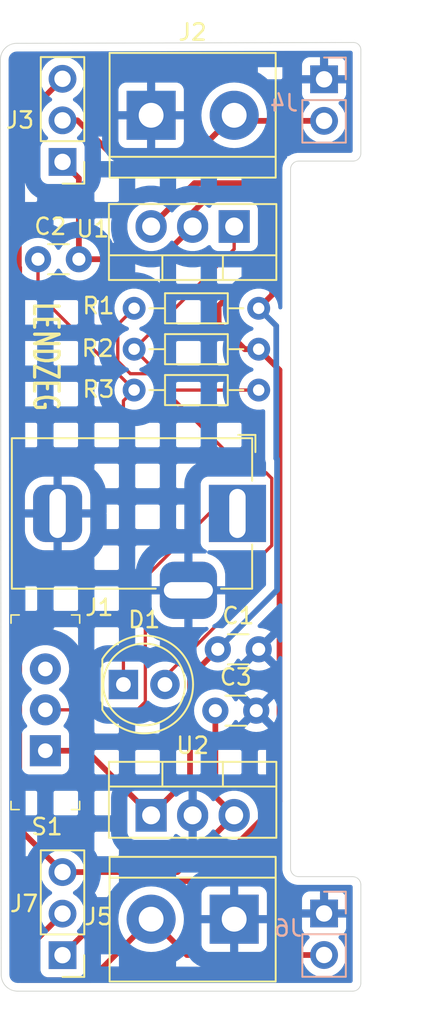
<source format=kicad_pcb>
(kicad_pcb (version 20240108) (generator "pcbnew") (generator_version "8.0")
  (layers (0 "F.Cu" signal) (31 "B.Cu" signal) (34 "B.Paste" user) (35 "F.Paste" user) (36 "B.SilkS" user "B.Silkscreen") (37 "F.SilkS" user "F.Silkscreen") (38 "B.Mask" user) (39 "F.Mask" user) (44 "Edge.Cuts" user))
  (net 0 "")
  (net 1 "GND")
  (net 2 "/12V")
  (net 3 "Net-(D1-K)")
  (net 4 "/3.3V")
  (net 5 "/5V")
  (net 6 "Net-(D1-A)")
  (net 7 "Net-(J1-Pad1)")
  (net 8 "/PWR_OUT_TOP")
  (net 9 "/PWR_OUT_BOT")
  (net 10 "Net-(U1-ADJ)")
  (footprint "TerminalBlock:TerminalBlock_bornier-2_P5.08mm" (layer "F.Cu") (at 94.5 121.35 180)
    (property "Reference" "J5" (at 8.3 0.15 0) (layer "F.SilkS"))
    (property "Value" "Screw_Terminal_01x02")
    (fp_line (start 7.62 3.81) (end 7.62 -3.81) (stroke (width 0.12)) (layer "F.SilkS"))
    (fp_line (start 7.62 2.54) (end -2.54 2.54) (stroke (width 0.12)) (layer "F.SilkS"))
    (fp_line (start 7.62 -3.81) (end -2.54 -3.81) (stroke (width 0.12)) (layer "F.SilkS"))
    (fp_line (start -2.54 3.81) (end 7.62 3.81) (stroke (width 0.12)) (layer "F.SilkS"))
    (fp_line (start -2.54 -3.81) (end -2.54 3.81) (stroke (width 0.12)) (layer "F.SilkS"))
    (pad "1" thru_hole rect (at 0 0 180) (size 3 3) (drill 1.52) (layers "*.Cu" "*.Mask" "In1.Cu" "In2.Cu" "In3.Cu" "In4.Cu" "In5.Cu" "In6.Cu" "In7.Cu" "In8.Cu" "In9.Cu" "In10.Cu" "In11.Cu" "In12.Cu" "In13.Cu" "In14.Cu" "In15.Cu" "In16.Cu" "In17.Cu" "In18.Cu" "In19.Cu" "In20.Cu" "In21.Cu" "In22.Cu" "In23.Cu" "In24.Cu" "In25.Cu" "In26.Cu" "In27.Cu" "In28.Cu" "In29.Cu" "In30.Cu") (net 1 "GND"))
    (pad "2" thru_hole circle (at 5.08 0 180) (size 3 3) (drill 1.52) (layers "*.Cu" "*.Mask" "In1.Cu" "In2.Cu" "In3.Cu" "In4.Cu" "In5.Cu" "In6.Cu" "In7.Cu" "In8.Cu" "In9.Cu" "In10.Cu" "In11.Cu" "In12.Cu" "In13.Cu" "In14.Cu" "In15.Cu" "In16.Cu" "In17.Cu" "In18.Cu" "In19.Cu" "In20.Cu" "In21.Cu" "In22.Cu" "In23.Cu" "In24.Cu" "In25.Cu" "In26.Cu" "In27.Cu" "In28.Cu" "In29.Cu" "In30.Cu") (net 9 "/PWR_OUT_BOT"))
  )
  (footprint "Package_TO_SOT_THT:TO-220-3_Vertical" (layer "F.Cu") (at 94.5 79 180)
    (property "Reference" "U1" (at 8.65 -0.15 360) (layer "F.SilkS"))
    (property "Value" "LM317_TO-220")
    (fp_line (start 7.66 -3.27) (end 7.66 1.371) (stroke (width 0.12)) (layer "F.SilkS"))
    (fp_line (start 4.391 -3.27) (end 4.391 -1.76) (stroke (width 0.12)) (layer "F.SilkS"))
    (fp_line (start 0.69 -3.27) (end 0.69 -1.76) (stroke (width 0.12)) (layer "F.SilkS"))
    (fp_line (start -2.58 1.371) (end 7.66 1.371) (stroke (width 0.12)) (layer "F.SilkS"))
    (fp_line (start -2.58 -1.76) (end 7.66 -1.76) (stroke (width 0.12)) (layer "F.SilkS"))
    (fp_line (start -2.58 -3.27) (end 7.66 -3.27) (stroke (width 0.12)) (layer "F.SilkS"))
    (fp_line (start -2.58 -3.27) (end -2.58 1.371) (stroke (width 0.12)) (layer "F.SilkS"))
    (pad "1" thru_hole rect (at 0 0 180) (size 1.905 2) (drill 1.1) (layers "*.Cu" "*.Mask" "In1.Cu" "In2.Cu" "In3.Cu" "In4.Cu" "In5.Cu" "In6.Cu" "In7.Cu" "In8.Cu" "In9.Cu" "In10.Cu" "In11.Cu" "In12.Cu" "In13.Cu" "In14.Cu" "In15.Cu" "In16.Cu" "In17.Cu" "In18.Cu" "In19.Cu" "In20.Cu" "In21.Cu" "In22.Cu" "In23.Cu" "In24.Cu" "In25.Cu" "In26.Cu" "In27.Cu" "In28.Cu" "In29.Cu" "In30.Cu") (net 10 "Net-(U1-ADJ)"))
    (pad "2" thru_hole oval (at 2.54 0 180) (size 1.905 2) (drill 1.1) (layers "*.Cu" "*.Mask" "In1.Cu" "In2.Cu" "In3.Cu" "In4.Cu" "In5.Cu" "In6.Cu" "In7.Cu" "In8.Cu" "In9.Cu" "In10.Cu" "In11.Cu" "In12.Cu" "In13.Cu" "In14.Cu" "In15.Cu" "In16.Cu" "In17.Cu" "In18.Cu" "In19.Cu" "In20.Cu" "In21.Cu" "In22.Cu" "In23.Cu" "In24.Cu" "In25.Cu" "In26.Cu" "In27.Cu" "In28.Cu" "In29.Cu" "In30.Cu") (net 4 "/3.3V"))
    (pad "3" thru_hole oval (at 5.08 0 180) (size 1.905 2) (drill 1.1) (layers "*.Cu" "*.Mask" "In1.Cu" "In2.Cu" "In3.Cu" "In4.Cu" "In5.Cu" "In6.Cu" "In7.Cu" "In8.Cu" "In9.Cu" "In10.Cu" "In11.Cu" "In12.Cu" "In13.Cu" "In14.Cu" "In15.Cu" "In16.Cu" "In17.Cu" "In18.Cu" "In19.Cu" "In20.Cu" "In21.Cu" "In22.Cu" "In23.Cu" "In24.Cu" "In25.Cu" "In26.Cu" "In27.Cu" "In28.Cu" "In29.Cu" "In30.Cu") (net 2 "/12V"))
  )
  (footprint "Connector_PinHeader_2.54mm:PinHeader_1x03_P2.54mm_Vertical" (layer "F.Cu") (at 84 75.05 180)
    (property "Reference" "J3" (at 2.6 2.55 360) (layer "F.SilkS"))
    (property "Value" "Conn_01x03_Pin")
    (fp_line (start 1.33 1.27) (end 1.33 6.41) (stroke (width 0.12)) (layer "F.SilkS"))
    (fp_line (start -1.33 6.41) (end 1.33 6.41) (stroke (width 0.12)) (layer "F.SilkS"))
    (fp_line (start -1.33 1.27) (end 1.33 1.27) (stroke (width 0.12)) (layer "F.SilkS"))
    (fp_line (start -1.33 1.27) (end -1.33 6.41) (stroke (width 0.12)) (layer "F.SilkS"))
    (fp_line (start -1.33 0) (end -1.33 -1.33) (stroke (width 0.12)) (layer "F.SilkS"))
    (fp_line (start -1.33 -1.33) (end 0 -1.33) (stroke (width 0.12)) (layer "F.SilkS"))
    (pad "1" thru_hole rect (at 0 0 180) (size 1.7 1.7) (drill 1) (layers "*.Cu" "*.Mask" "In1.Cu" "In2.Cu" "In3.Cu" "In4.Cu" "In5.Cu" "In6.Cu" "In7.Cu" "In8.Cu" "In9.Cu" "In10.Cu" "In11.Cu" "In12.Cu" "In13.Cu" "In14.Cu" "In15.Cu" "In16.Cu" "In17.Cu" "In18.Cu" "In19.Cu" "In20.Cu" "In21.Cu" "In22.Cu" "In23.Cu" "In24.Cu" "In25.Cu" "In26.Cu" "In27.Cu" "In28.Cu" "In29.Cu" "In30.Cu") (net 4 "/3.3V"))
    (pad "2" thru_hole oval (at 0 2.54 180) (size 1.7 1.7) (drill 1) (layers "*.Cu" "*.Mask" "In1.Cu" "In2.Cu" "In3.Cu" "In4.Cu" "In5.Cu" "In6.Cu" "In7.Cu" "In8.Cu" "In9.Cu" "In10.Cu" "In11.Cu" "In12.Cu" "In13.Cu" "In14.Cu" "In15.Cu" "In16.Cu" "In17.Cu" "In18.Cu" "In19.Cu" "In20.Cu" "In21.Cu" "In22.Cu" "In23.Cu" "In24.Cu" "In25.Cu" "In26.Cu" "In27.Cu" "In28.Cu" "In29.Cu" "In30.Cu") (net 8 "/PWR_OUT_TOP"))
    (pad "3" thru_hole oval (at 0 5.08 180) (size 1.7 1.7) (drill 1) (layers "*.Cu" "*.Mask" "In1.Cu" "In2.Cu" "In3.Cu" "In4.Cu" "In5.Cu" "In6.Cu" "In7.Cu" "In8.Cu" "In9.Cu" "In10.Cu" "In11.Cu" "In12.Cu" "In13.Cu" "In14.Cu" "In15.Cu" "In16.Cu" "In17.Cu" "In18.Cu" "In19.Cu" "In20.Cu" "In21.Cu" "In22.Cu" "In23.Cu" "In24.Cu" "In25.Cu" "In26.Cu" "In27.Cu" "In28.Cu" "In29.Cu" "In30.Cu") (net 5 "/5V"))
  )
  (footprint "Capacitor_THT:C_Disc_D3.0mm_W1.6mm_P2.50mm" (layer "F.Cu") (at 85 81 180)
    (property "Reference" "C2" (at 1.75 2 360) (layer "F.SilkS"))
    (property "Value" "1u")
    (fp_line (start 0.621 0.92) (end 1.879 0.92) (stroke (width 0.12)) (layer "F.SilkS"))
    (fp_line (start 0.621 -0.92) (end 1.879 -0.92) (stroke (width 0.12)) (layer "F.SilkS"))
    (pad "1" thru_hole circle (at 0 0 180) (size 1.6 1.6) (drill 0.8) (layers "*.Cu" "*.Mask" "In1.Cu" "In2.Cu" "In3.Cu" "In4.Cu" "In5.Cu" "In6.Cu" "In7.Cu" "In8.Cu" "In9.Cu" "In10.Cu" "In11.Cu" "In12.Cu" "In13.Cu" "In14.Cu" "In15.Cu" "In16.Cu" "In17.Cu" "In18.Cu" "In19.Cu" "In20.Cu" "In21.Cu" "In22.Cu" "In23.Cu" "In24.Cu" "In25.Cu" "In26.Cu" "In27.Cu" "In28.Cu" "In29.Cu" "In30.Cu") (net 4 "/3.3V"))
    (pad "2" thru_hole circle (at 2.5 0 180) (size 1.6 1.6) (drill 0.8) (layers "*.Cu" "*.Mask" "In1.Cu" "In2.Cu" "In3.Cu" "In4.Cu" "In5.Cu" "In6.Cu" "In7.Cu" "In8.Cu" "In9.Cu" "In10.Cu" "In11.Cu" "In12.Cu" "In13.Cu" "In14.Cu" "In15.Cu" "In16.Cu" "In17.Cu" "In18.Cu" "In19.Cu" "In20.Cu" "In21.Cu" "In22.Cu" "In23.Cu" "In24.Cu" "In25.Cu" "In26.Cu" "In27.Cu" "In28.Cu" "In29.Cu" "In30.Cu") (net 3 "Net-(D1-K)"))
  )
  (footprint "Resistor_THT:R_Axial_DIN0204_L3.6mm_D1.6mm_P7.62mm_Horizontal" (layer "F.Cu") (at 88.38 89)
    (property "Reference" "R3" (at -2.18 -0.05 0) (layer "F.SilkS"))
    (property "Value" "560")
    (fp_line (start 0.94 0) (end 1.89 0) (stroke (width 0.12)) (layer "F.SilkS"))
    (fp_line (start 1.89 -0.92) (end 1.89 0.92) (stroke (width 0.12)) (layer "F.SilkS"))
    (fp_line (start 1.89 0.92) (end 5.73 0.92) (stroke (width 0.12)) (layer "F.SilkS"))
    (fp_line (start 5.73 -0.92) (end 1.89 -0.92) (stroke (width 0.12)) (layer "F.SilkS"))
    (fp_line (start 5.73 0.92) (end 5.73 -0.92) (stroke (width 0.12)) (layer "F.SilkS"))
    (fp_line (start 6.68 0) (end 5.73 0) (stroke (width 0.12)) (layer "F.SilkS"))
    (pad "1" thru_hole circle (at 0 0) (size 1.4 1.4) (drill 0.7) (layers "*.Cu" "*.Mask" "In1.Cu" "In2.Cu" "In3.Cu" "In4.Cu" "In5.Cu" "In6.Cu" "In7.Cu" "In8.Cu" "In9.Cu" "In10.Cu" "In11.Cu" "In12.Cu" "In13.Cu" "In14.Cu" "In15.Cu" "In16.Cu" "In17.Cu" "In18.Cu" "In19.Cu" "In20.Cu" "In21.Cu" "In22.Cu" "In23.Cu" "In24.Cu" "In25.Cu" "In26.Cu" "In27.Cu" "In28.Cu" "In29.Cu" "In30.Cu") (net 3 "Net-(D1-K)"))
    (pad "2" thru_hole oval (at 7.62 0) (size 1.4 1.4) (drill 0.7) (layers "*.Cu" "*.Mask" "In1.Cu" "In2.Cu" "In3.Cu" "In4.Cu" "In5.Cu" "In6.Cu" "In7.Cu" "In8.Cu" "In9.Cu" "In10.Cu" "In11.Cu" "In12.Cu" "In13.Cu" "In14.Cu" "In15.Cu" "In16.Cu" "In17.Cu" "In18.Cu" "In19.Cu" "In20.Cu" "In21.Cu" "In22.Cu" "In23.Cu" "In24.Cu" "In25.Cu" "In26.Cu" "In27.Cu" "In28.Cu" "In29.Cu" "In30.Cu") (net 10 "Net-(U1-ADJ)"))
  )
  (footprint "Connector_BarrelJack:BarrelJack_Horizontal" (layer "F.Cu") (at 94.7 96.5425)
    (property "Reference" "J1" (at -8.45 5.75 0) (layer "F.SilkS"))
    (property "Value" "Barrel_Jack_Switch")
    (fp_line (start -13.8 -4.6) (end 0.9 -4.6) (stroke (width 0.12)) (layer "F.SilkS"))
    (fp_line (start -13.8 4.6) (end -13.8 -4.6) (stroke (width 0.12)) (layer "F.SilkS"))
    (fp_line (start -5 4.6) (end -13.8 4.6) (stroke (width 0.12)) (layer "F.SilkS"))
    (fp_line (start 0.05 -4.8) (end 1.1 -4.8) (stroke (width 0.12)) (layer "F.SilkS"))
    (fp_line (start 0.9 -4.6) (end 0.9 -2) (stroke (width 0.12)) (layer "F.SilkS"))
    (fp_line (start 0.9 1.9) (end 0.9 4.6) (stroke (width 0.12)) (layer "F.SilkS"))
    (fp_line (start 0.9 4.6) (end -1 4.6) (stroke (width 0.12)) (layer "F.SilkS"))
    (fp_line (start 1.1 -3.75) (end 1.1 -4.8) (stroke (width 0.12)) (layer "F.SilkS"))
    (pad "1" thru_hole rect (at 0 0) (size 3.5 3.5) (drill oval 1 3) (layers "*.Cu" "*.Mask" "In1.Cu" "In2.Cu" "In3.Cu" "In4.Cu" "In5.Cu" "In6.Cu" "In7.Cu" "In8.Cu" "In9.Cu" "In10.Cu" "In11.Cu" "In12.Cu" "In13.Cu" "In14.Cu" "In15.Cu" "In16.Cu" "In17.Cu" "In18.Cu" "In19.Cu" "In20.Cu" "In21.Cu" "In22.Cu" "In23.Cu" "In24.Cu" "In25.Cu" "In26.Cu" "In27.Cu" "In28.Cu" "In29.Cu" "In30.Cu") (net 7 "Net-(J1-Pad1)"))
    (pad "2" thru_hole roundrect (at -11 0) (size 3 3.5) (drill oval 1 3) (layers "*.Cu" "*.Mask" "In1.Cu" "In2.Cu" "In3.Cu" "In4.Cu" "In5.Cu" "In6.Cu" "In7.Cu" "In8.Cu" "In9.Cu" "In10.Cu" "In11.Cu" "In12.Cu" "In13.Cu" "In14.Cu" "In15.Cu" "In16.Cu" "In17.Cu" "In18.Cu" "In19.Cu" "In20.Cu" "In21.Cu" "In22.Cu" "In23.Cu" "In24.Cu" "In25.Cu" "In26.Cu" "In27.Cu" "In28.Cu" "In29.Cu" "In30.Cu") (net 1 "GND"))
    (pad "3" thru_hole roundrect (at -3 4.7) (size 3.5 3.5) (drill oval 3 1) (layers "*.Cu" "*.Mask" "In1.Cu" "In2.Cu" "In3.Cu" "In4.Cu" "In5.Cu" "In6.Cu" "In7.Cu" "In8.Cu" "In9.Cu" "In10.Cu" "In11.Cu" "In12.Cu" "In13.Cu" "In14.Cu" "In15.Cu" "In16.Cu" "In17.Cu" "In18.Cu" "In19.Cu" "In20.Cu" "In21.Cu" "In22.Cu" "In23.Cu" "In24.Cu" "In25.Cu" "In26.Cu" "In27.Cu" "In28.Cu" "In29.Cu" "In30.Cu") (net 1 "GND"))
  )
  (footprint "Capacitor_THT:C_Disc_D3.0mm_W1.6mm_P2.50mm" (layer "F.Cu") (at 93.5 104.85)
    (property "Reference" "C1" (at 1.25 -2.05 0) (layer "F.SilkS"))
    (property "Value" "10u")
    (fp_line (start 0.621 -0.92) (end 1.879 -0.92) (stroke (width 0.12)) (layer "F.SilkS"))
    (fp_line (start 0.621 0.92) (end 1.879 0.92) (stroke (width 0.12)) (layer "F.SilkS"))
    (pad "1" thru_hole circle (at 0 0) (size 1.6 1.6) (drill 0.8) (layers "*.Cu" "*.Mask" "In1.Cu" "In2.Cu" "In3.Cu" "In4.Cu" "In5.Cu" "In6.Cu" "In7.Cu" "In8.Cu" "In9.Cu" "In10.Cu" "In11.Cu" "In12.Cu" "In13.Cu" "In14.Cu" "In15.Cu" "In16.Cu" "In17.Cu" "In18.Cu" "In19.Cu" "In20.Cu" "In21.Cu" "In22.Cu" "In23.Cu" "In24.Cu" "In25.Cu" "In26.Cu" "In27.Cu" "In28.Cu" "In29.Cu" "In30.Cu") (net 2 "/12V"))
    (pad "2" thru_hole circle (at 2.5 0) (size 1.6 1.6) (drill 0.8) (layers "*.Cu" "*.Mask" "In1.Cu" "In2.Cu" "In3.Cu" "In4.Cu" "In5.Cu" "In6.Cu" "In7.Cu" "In8.Cu" "In9.Cu" "In10.Cu" "In11.Cu" "In12.Cu" "In13.Cu" "In14.Cu" "In15.Cu" "In16.Cu" "In17.Cu" "In18.Cu" "In19.Cu" "In20.Cu" "In21.Cu" "In22.Cu" "In23.Cu" "In24.Cu" "In25.Cu" "In26.Cu" "In27.Cu" "In28.Cu" "In29.Cu" "In30.Cu") (net 1 "GND"))
  )
  (footprint "Package_TO_SOT_THT:TO-220-3_Vertical" (layer "F.Cu") (at 89.42 115)
    (property "Reference" "U2" (at 2.54 -4.27 360) (layer "F.SilkS"))
    (property "Value" "LM7805_TO220")
    (fp_line (start -2.58 -3.27) (end -2.58 1.371) (stroke (width 0.12)) (layer "F.SilkS"))
    (fp_line (start -2.58 -3.27) (end 7.66 -3.27) (stroke (width 0.12)) (layer "F.SilkS"))
    (fp_line (start -2.58 -1.76) (end 7.66 -1.76) (stroke (width 0.12)) (layer "F.SilkS"))
    (fp_line (start -2.58 1.371) (end 7.66 1.371) (stroke (width 0.12)) (layer "F.SilkS"))
    (fp_line (start 0.69 -3.27) (end 0.69 -1.76) (stroke (width 0.12)) (layer "F.SilkS"))
    (fp_line (start 4.391 -3.27) (end 4.391 -1.76) (stroke (width 0.12)) (layer "F.SilkS"))
    (fp_line (start 7.66 -3.27) (end 7.66 1.371) (stroke (width 0.12)) (layer "F.SilkS"))
    (pad "1" thru_hole rect (at 0 0) (size 1.905 2) (drill 1.1) (layers "*.Cu" "*.Mask" "In1.Cu" "In2.Cu" "In3.Cu" "In4.Cu" "In5.Cu" "In6.Cu" "In7.Cu" "In8.Cu" "In9.Cu" "In10.Cu" "In11.Cu" "In12.Cu" "In13.Cu" "In14.Cu" "In15.Cu" "In16.Cu" "In17.Cu" "In18.Cu" "In19.Cu" "In20.Cu" "In21.Cu" "In22.Cu" "In23.Cu" "In24.Cu" "In25.Cu" "In26.Cu" "In27.Cu" "In28.Cu" "In29.Cu" "In30.Cu") (net 2 "/12V"))
    (pad "2" thru_hole oval (at 2.54 0) (size 1.905 2) (drill 1.1) (layers "*.Cu" "*.Mask" "In1.Cu" "In2.Cu" "In3.Cu" "In4.Cu" "In5.Cu" "In6.Cu" "In7.Cu" "In8.Cu" "In9.Cu" "In10.Cu" "In11.Cu" "In12.Cu" "In13.Cu" "In14.Cu" "In15.Cu" "In16.Cu" "In17.Cu" "In18.Cu" "In19.Cu" "In20.Cu" "In21.Cu" "In22.Cu" "In23.Cu" "In24.Cu" "In25.Cu" "In26.Cu" "In27.Cu" "In28.Cu" "In29.Cu" "In30.Cu") (net 1 "GND"))
    (pad "3" thru_hole oval (at 5.08 0) (size 1.905 2) (drill 1.1) (layers "*.Cu" "*.Mask" "In1.Cu" "In2.Cu" "In3.Cu" "In4.Cu" "In5.Cu" "In6.Cu" "In7.Cu" "In8.Cu" "In9.Cu" "In10.Cu" "In11.Cu" "In12.Cu" "In13.Cu" "In14.Cu" "In15.Cu" "In16.Cu" "In17.Cu" "In18.Cu" "In19.Cu" "In20.Cu" "In21.Cu" "In22.Cu" "In23.Cu" "In24.Cu" "In25.Cu" "In26.Cu" "In27.Cu" "In28.Cu" "In29.Cu" "In30.Cu") (net 5 "/5V"))
  )
  (footprint "digikey-footprints:Switch_Slide_11.6x4mm_EG1218" (layer "F.Cu") (at 82.95 111.05 90)
    (property "Reference" "S1" (at -4.65 0.1 180) (layer "F.SilkS"))
    (property "Value" "EG1218")
    (fp_line (start 8.3 -2.1) (end 7.8 -2.1) (stroke (width 0.1)) (layer "F.SilkS"))
    (fp_line (start 8.3 -2.1) (end 8.3 -1.6) (stroke (width 0.1)) (layer "F.SilkS"))
    (fp_line (start -3.6 -2.1) (end -3.1 -2.1) (stroke (width 0.1)) (layer "F.SilkS"))
    (fp_line (start -3.6 -2.1) (end -3.6 -1.6) (stroke (width 0.1)) (layer "F.SilkS"))
    (fp_line (start 8.3 2.1) (end 8.3 1.6) (stroke (width 0.1)) (layer "F.SilkS"))
    (fp_line (start 8.3 2.1) (end 7.8 2.1) (stroke (width 0.1)) (layer "F.SilkS"))
    (fp_line (start -3.6 2.1) (end -3.6 1.6) (stroke (width 0.1)) (layer "F.SilkS"))
    (fp_line (start -3.6 2.1) (end -3.1 2.1) (stroke (width 0.1)) (layer "F.SilkS"))
    (pad "1" thru_hole rect (at 0 0 90) (size 1.9 1.9) (drill 0.9) (layers "*.Cu" "*.Mask" "In1.Cu" "In2.Cu" "In3.Cu" "In4.Cu" "In5.Cu" "In6.Cu" "In7.Cu" "In8.Cu" "In9.Cu" "In10.Cu" "In11.Cu" "In12.Cu" "In13.Cu" "In14.Cu" "In15.Cu" "In16.Cu" "In17.Cu" "In18.Cu" "In19.Cu" "In20.Cu" "In21.Cu" "In22.Cu" "In23.Cu" "In24.Cu" "In25.Cu" "In26.Cu" "In27.Cu" "In28.Cu" "In29.Cu" "In30.Cu") (net 2 "/12V"))
    (pad "2" thru_hole circle (at 2.5 0 90) (size 1.9 1.9) (drill 0.9) (layers "*.Cu" "*.Mask" "In1.Cu" "In2.Cu" "In3.Cu" "In4.Cu" "In5.Cu" "In6.Cu" "In7.Cu" "In8.Cu" "In9.Cu" "In10.Cu" "In11.Cu" "In12.Cu" "In13.Cu" "In14.Cu" "In15.Cu" "In16.Cu" "In17.Cu" "In18.Cu" "In19.Cu" "In20.Cu" "In21.Cu" "In22.Cu" "In23.Cu" "In24.Cu" "In25.Cu" "In26.Cu" "In27.Cu" "In28.Cu" "In29.Cu" "In30.Cu") (net 7 "Net-(J1-Pad1)"))
    (pad "3" thru_hole circle (at 5 0 90) (size 1.9 1.9) (drill 0.9) (layers "*.Cu" "*.Mask" "In1.Cu" "In2.Cu" "In3.Cu" "In4.Cu" "In5.Cu" "In6.Cu" "In7.Cu" "In8.Cu" "In9.Cu" "In10.Cu" "In11.Cu" "In12.Cu" "In13.Cu" "In14.Cu" "In15.Cu" "In16.Cu" "In17.Cu" "In18.Cu" "In19.Cu" "In20.Cu" "In21.Cu" "In22.Cu" "In23.Cu" "In24.Cu" "In25.Cu" "In26.Cu" "In27.Cu" "In28.Cu" "In29.Cu" "In30.Cu"))
  )
  (footprint "Resistor_THT:R_Axial_DIN0204_L3.6mm_D1.6mm_P7.62mm_Horizontal" (layer "F.Cu") (at 88.38 86.5)
    (property "Reference" "R2" (at -2.23 -0.05 0) (layer "F.SilkS"))
    (property "Value" "330")
    (fp_line (start 0.94 0) (end 1.89 0) (stroke (width 0.12)) (layer "F.SilkS"))
    (fp_line (start 1.89 -0.92) (end 1.89 0.92) (stroke (width 0.12)) (layer "F.SilkS"))
    (fp_line (start 1.89 0.92) (end 5.73 0.92) (stroke (width 0.12)) (layer "F.SilkS"))
    (fp_line (start 5.73 -0.92) (end 1.89 -0.92) (stroke (width 0.12)) (layer "F.SilkS"))
    (fp_line (start 5.73 0.92) (end 5.73 -0.92) (stroke (width 0.12)) (layer "F.SilkS"))
    (fp_line (start 6.68 0) (end 5.73 0) (stroke (width 0.12)) (layer "F.SilkS"))
    (pad "1" thru_hole circle (at 0 0) (size 1.4 1.4) (drill 0.7) (layers "*.Cu" "*.Mask" "In1.Cu" "In2.Cu" "In3.Cu" "In4.Cu" "In5.Cu" "In6.Cu" "In7.Cu" "In8.Cu" "In9.Cu" "In10.Cu" "In11.Cu" "In12.Cu" "In13.Cu" "In14.Cu" "In15.Cu" "In16.Cu" "In17.Cu" "In18.Cu" "In19.Cu" "In20.Cu" "In21.Cu" "In22.Cu" "In23.Cu" "In24.Cu" "In25.Cu" "In26.Cu" "In27.Cu" "In28.Cu" "In29.Cu" "In30.Cu") (net 10 "Net-(U1-ADJ)"))
    (pad "2" thru_hole oval (at 7.62 0) (size 1.4 1.4) (drill 0.7) (layers "*.Cu" "*.Mask" "In1.Cu" "In2.Cu" "In3.Cu" "In4.Cu" "In5.Cu" "In6.Cu" "In7.Cu" "In8.Cu" "In9.Cu" "In10.Cu" "In11.Cu" "In12.Cu" "In13.Cu" "In14.Cu" "In15.Cu" "In16.Cu" "In17.Cu" "In18.Cu" "In19.Cu" "In20.Cu" "In21.Cu" "In22.Cu" "In23.Cu" "In24.Cu" "In25.Cu" "In26.Cu" "In27.Cu" "In28.Cu" "In29.Cu" "In30.Cu") (net 4 "/3.3V"))
  )
  (footprint "Connector_PinHeader_2.54mm:PinHeader_1x03_P2.54mm_Vertical" (layer "F.Cu") (at 84 123.55 180)
    (property "Reference" "J7" (at 2.35 3.15 360) (layer "F.SilkS"))
    (property "Value" "Conn_01x03_Pin")
    (fp_line (start 1.33 1.27) (end 1.33 6.41) (stroke (width 0.12)) (layer "F.SilkS"))
    (fp_line (start -1.33 6.41) (end 1.33 6.41) (stroke (width 0.12)) (layer "F.SilkS"))
    (fp_line (start -1.33 1.27) (end 1.33 1.27) (stroke (width 0.12)) (layer "F.SilkS"))
    (fp_line (start -1.33 1.27) (end -1.33 6.41) (stroke (width 0.12)) (layer "F.SilkS"))
    (fp_line (start -1.33 0) (end -1.33 -1.33) (stroke (width 0.12)) (layer "F.SilkS"))
    (fp_line (start -1.33 -1.33) (end 0 -1.33) (stroke (width 0.12)) (layer "F.SilkS"))
    (pad "1" thru_hole rect (at 0 0 180) (size 1.7 1.7) (drill 1) (layers "*.Cu" "*.Mask" "In1.Cu" "In2.Cu" "In3.Cu" "In4.Cu" "In5.Cu" "In6.Cu" "In7.Cu" "In8.Cu" "In9.Cu" "In10.Cu" "In11.Cu" "In12.Cu" "In13.Cu" "In14.Cu" "In15.Cu" "In16.Cu" "In17.Cu" "In18.Cu" "In19.Cu" "In20.Cu" "In21.Cu" "In22.Cu" "In23.Cu" "In24.Cu" "In25.Cu" "In26.Cu" "In27.Cu" "In28.Cu" "In29.Cu" "In30.Cu") (net 4 "/3.3V"))
    (pad "2" thru_hole oval (at 0 2.54 180) (size 1.7 1.7) (drill 1) (layers "*.Cu" "*.Mask" "In1.Cu" "In2.Cu" "In3.Cu" "In4.Cu" "In5.Cu" "In6.Cu" "In7.Cu" "In8.Cu" "In9.Cu" "In10.Cu" "In11.Cu" "In12.Cu" "In13.Cu" "In14.Cu" "In15.Cu" "In16.Cu" "In17.Cu" "In18.Cu" "In19.Cu" "In20.Cu" "In21.Cu" "In22.Cu" "In23.Cu" "In24.Cu" "In25.Cu" "In26.Cu" "In27.Cu" "In28.Cu" "In29.Cu" "In30.Cu") (net 9 "/PWR_OUT_BOT"))
    (pad "3" thru_hole oval (at 0 5.08 180) (size 1.7 1.7) (drill 1) (layers "*.Cu" "*.Mask" "In1.Cu" "In2.Cu" "In3.Cu" "In4.Cu" "In5.Cu" "In6.Cu" "In7.Cu" "In8.Cu" "In9.Cu" "In10.Cu" "In11.Cu" "In12.Cu" "In13.Cu" "In14.Cu" "In15.Cu" "In16.Cu" "In17.Cu" "In18.Cu" "In19.Cu" "In20.Cu" "In21.Cu" "In22.Cu" "In23.Cu" "In24.Cu" "In25.Cu" "In26.Cu" "In27.Cu" "In28.Cu" "In29.Cu" "In30.Cu") (net 5 "/5V"))
  )
  (footprint "Resistor_THT:R_Axial_DIN0204_L3.6mm_D1.6mm_P7.62mm_Horizontal" (layer "F.Cu") (at 88.38 84)
    (property "Reference" "R1" (at -2.18 -0.15 0) (layer "F.SilkS"))
    (property "Value" "330")
    (fp_line (start 0.94 0) (end 1.89 0) (stroke (width 0.12)) (layer "F.SilkS"))
    (fp_line (start 1.89 -0.92) (end 1.89 0.92) (stroke (width 0.12)) (layer "F.SilkS"))
    (fp_line (start 1.89 0.92) (end 5.73 0.92) (stroke (width 0.12)) (layer "F.SilkS"))
    (fp_line (start 5.73 -0.92) (end 1.89 -0.92) (stroke (width 0.12)) (layer "F.SilkS"))
    (fp_line (start 5.73 0.92) (end 5.73 -0.92) (stroke (width 0.12)) (layer "F.SilkS"))
    (fp_line (start 6.68 0) (end 5.73 0) (stroke (width 0.12)) (layer "F.SilkS"))
    (pad "1" thru_hole circle (at 0 0) (size 1.4 1.4) (drill 0.7) (layers "*.Cu" "*.Mask" "In1.Cu" "In2.Cu" "In3.Cu" "In4.Cu" "In5.Cu" "In6.Cu" "In7.Cu" "In8.Cu" "In9.Cu" "In10.Cu" "In11.Cu" "In12.Cu" "In13.Cu" "In14.Cu" "In15.Cu" "In16.Cu" "In17.Cu" "In18.Cu" "In19.Cu" "In20.Cu" "In21.Cu" "In22.Cu" "In23.Cu" "In24.Cu" "In25.Cu" "In26.Cu" "In27.Cu" "In28.Cu" "In29.Cu" "In30.Cu") (net 6 "Net-(D1-A)"))
    (pad "2" thru_hole oval (at 7.62 0) (size 1.4 1.4) (drill 0.7) (layers "*.Cu" "*.Mask" "In1.Cu" "In2.Cu" "In3.Cu" "In4.Cu" "In5.Cu" "In6.Cu" "In7.Cu" "In8.Cu" "In9.Cu" "In10.Cu" "In11.Cu" "In12.Cu" "In13.Cu" "In14.Cu" "In15.Cu" "In16.Cu" "In17.Cu" "In18.Cu" "In19.Cu" "In20.Cu" "In21.Cu" "In22.Cu" "In23.Cu" "In24.Cu" "In25.Cu" "In26.Cu" "In27.Cu" "In28.Cu" "In29.Cu" "In30.Cu") (net 2 "/12V"))
  )
  (footprint "LED_THT:LED_D5.0mm" (layer "F.Cu") (at 87.725 107)
    (property "Reference" "D1" (at 1.27 -3.96 0) (layer "F.SilkS"))
    (property "Value" "LED")
    (fp_line (start -1.29 -1.545) (end -1.29 1.545) (stroke (width 0.12)) (layer "F.SilkS"))
    (fp_arc (start -1.29 -1.54483) (mid 2.071756 -2.880501) (end 4.26 -0.000048) (stroke (width 0.12)) (layer "F.SilkS"))
    (fp_arc (start 4.26 0.000048) (mid 2.071756 2.880501) (end -1.29 1.54483) (stroke (width 0.12)) (layer "F.SilkS"))
    (fp_circle (center 1.27 0) (end 3.77 0) (stroke (width 0.12)) (fill none) (layer "F.SilkS"))
    (pad "1" thru_hole rect (at 0 0) (size 1.8 1.8) (drill 0.9) (layers "*.Cu" "*.Mask" "In1.Cu" "In2.Cu" "In3.Cu" "In4.Cu" "In5.Cu" "In6.Cu" "In7.Cu" "In8.Cu" "In9.Cu" "In10.Cu" "In11.Cu" "In12.Cu" "In13.Cu" "In14.Cu" "In15.Cu" "In16.Cu" "In17.Cu" "In18.Cu" "In19.Cu" "In20.Cu" "In21.Cu" "In22.Cu" "In23.Cu" "In24.Cu" "In25.Cu" "In26.Cu" "In27.Cu" "In28.Cu" "In29.Cu" "In30.Cu") (net 3 "Net-(D1-K)"))
    (pad "2" thru_hole circle (at 2.54 0) (size 1.8 1.8) (drill 0.9) (layers "*.Cu" "*.Mask" "In1.Cu" "In2.Cu" "In3.Cu" "In4.Cu" "In5.Cu" "In6.Cu" "In7.Cu" "In8.Cu" "In9.Cu" "In10.Cu" "In11.Cu" "In12.Cu" "In13.Cu" "In14.Cu" "In15.Cu" "In16.Cu" "In17.Cu" "In18.Cu" "In19.Cu" "In20.Cu" "In21.Cu" "In22.Cu" "In23.Cu" "In24.Cu" "In25.Cu" "In26.Cu" "In27.Cu" "In28.Cu" "In29.Cu" "In30.Cu") (net 6 "Net-(D1-A)"))
  )
  (footprint "TerminalBlock:TerminalBlock_bornier-2_P5.08mm" (layer "F.Cu") (at 89.42 72.2)
    (property "Reference" "J2" (at 2.54 -5.08 0) (layer "F.SilkS"))
    (property "Value" "Screw_Terminal_01x02")
    (fp_line (start -2.54 -3.81) (end -2.54 3.81) (stroke (width 0.12)) (layer "F.SilkS"))
    (fp_line (start -2.54 3.81) (end 7.62 3.81) (stroke (width 0.12)) (layer "F.SilkS"))
    (fp_line (start 7.62 -3.81) (end -2.54 -3.81) (stroke (width 0.12)) (layer "F.SilkS"))
    (fp_line (start 7.62 2.54) (end -2.54 2.54) (stroke (width 0.12)) (layer "F.SilkS"))
    (fp_line (start 7.62 3.81) (end 7.62 -3.81) (stroke (width 0.12)) (layer "F.SilkS"))
    (pad "1" thru_hole rect (at 0 0) (size 3 3) (drill 1.52) (layers "*.Cu" "*.Mask" "In1.Cu" "In2.Cu" "In3.Cu" "In4.Cu" "In5.Cu" "In6.Cu" "In7.Cu" "In8.Cu" "In9.Cu" "In10.Cu" "In11.Cu" "In12.Cu" "In13.Cu" "In14.Cu" "In15.Cu" "In16.Cu" "In17.Cu" "In18.Cu" "In19.Cu" "In20.Cu" "In21.Cu" "In22.Cu" "In23.Cu" "In24.Cu" "In25.Cu" "In26.Cu" "In27.Cu" "In28.Cu" "In29.Cu" "In30.Cu") (net 1 "GND"))
    (pad "2" thru_hole circle (at 5.08 0) (size 3 3) (drill 1.52) (layers "*.Cu" "*.Mask" "In1.Cu" "In2.Cu" "In3.Cu" "In4.Cu" "In5.Cu" "In6.Cu" "In7.Cu" "In8.Cu" "In9.Cu" "In10.Cu" "In11.Cu" "In12.Cu" "In13.Cu" "In14.Cu" "In15.Cu" "In16.Cu" "In17.Cu" "In18.Cu" "In19.Cu" "In20.Cu" "In21.Cu" "In22.Cu" "In23.Cu" "In24.Cu" "In25.Cu" "In26.Cu" "In27.Cu" "In28.Cu" "In29.Cu" "In30.Cu") (net 8 "/PWR_OUT_TOP"))
  )
  (footprint "Capacitor_THT:C_Disc_D3.0mm_W1.6mm_P2.50mm" (layer "F.Cu") (at 93.35 108.6)
    (property "Reference" "C3" (at 1.25 -2.05 0) (layer "F.SilkS"))
    (property "Value" "0.1u")
    (fp_line (start 0.621 -0.92) (end 1.879 -0.92) (stroke (width 0.12)) (layer "F.SilkS"))
    (fp_line (start 0.621 0.92) (end 1.879 0.92) (stroke (width 0.12)) (layer "F.SilkS"))
    (pad "1" thru_hole circle (at 0 0) (size 1.6 1.6) (drill 0.8) (layers "*.Cu" "*.Mask" "In1.Cu" "In2.Cu" "In3.Cu" "In4.Cu" "In5.Cu" "In6.Cu" "In7.Cu" "In8.Cu" "In9.Cu" "In10.Cu" "In11.Cu" "In12.Cu" "In13.Cu" "In14.Cu" "In15.Cu" "In16.Cu" "In17.Cu" "In18.Cu" "In19.Cu" "In20.Cu" "In21.Cu" "In22.Cu" "In23.Cu" "In24.Cu" "In25.Cu" "In26.Cu" "In27.Cu" "In28.Cu" "In29.Cu" "In30.Cu") (net 5 "/5V"))
    (pad "2" thru_hole circle (at 2.5 0) (size 1.6 1.6) (drill 0.8) (layers "*.Cu" "*.Mask" "In1.Cu" "In2.Cu" "In3.Cu" "In4.Cu" "In5.Cu" "In6.Cu" "In7.Cu" "In8.Cu" "In9.Cu" "In10.Cu" "In11.Cu" "In12.Cu" "In13.Cu" "In14.Cu" "In15.Cu" "In16.Cu" "In17.Cu" "In18.Cu" "In19.Cu" "In20.Cu" "In21.Cu" "In22.Cu" "In23.Cu" "In24.Cu" "In25.Cu" "In26.Cu" "In27.Cu" "In28.Cu" "In29.Cu" "In30.Cu") (net 1 "GND"))
  )
  (footprint "Connector_PinHeader_2.54mm:PinHeader_1x02_P2.54mm_Vertical" (layer "B.Cu") (at 100 121 180)
    (property "Reference" "J6" (at 2.2 -0.9 0) (layer "B.SilkS") (effects (justify mirror)))
    (property "Value" "Conn_01x02_Pin")
    (fp_line (start 1.33 -1.27) (end -1.33 -1.27) (stroke (width 0.12)) (layer "B.SilkS"))
    (fp_line (start 1.33 -3.87) (end 1.33 -1.27) (stroke (width 0.12)) (layer "B.SilkS"))
    (fp_line (start 1.33 -3.87) (end -1.33 -3.87) (stroke (width 0.12)) (layer "B.SilkS"))
    (fp_line (start 0 1.33) (end -1.33 1.33) (stroke (width 0.12)) (layer "B.SilkS"))
    (fp_line (start -1.33 1.33) (end -1.33 0) (stroke (width 0.12)) (layer "B.SilkS"))
    (fp_line (start -1.33 -3.87) (end -1.33 -1.27) (stroke (width 0.12)) (layer "B.SilkS"))
    (pad "1" thru_hole rect (at 0 0 180) (size 1.7 1.7) (drill 1) (layers "*.Cu" "*.Mask" "In1.Cu" "In2.Cu" "In3.Cu" "In4.Cu" "In5.Cu" "In6.Cu" "In7.Cu" "In8.Cu" "In9.Cu" "In10.Cu" "In11.Cu" "In12.Cu" "In13.Cu" "In14.Cu" "In15.Cu" "In16.Cu" "In17.Cu" "In18.Cu" "In19.Cu" "In20.Cu" "In21.Cu" "In22.Cu" "In23.Cu" "In24.Cu" "In25.Cu" "In26.Cu" "In27.Cu" "In28.Cu" "In29.Cu" "In30.Cu") (net 1 "GND"))
    (pad "2" thru_hole oval (at 0 -2.54 180) (size 1.7 1.7) (drill 1) (layers "*.Cu" "*.Mask" "In1.Cu" "In2.Cu" "In3.Cu" "In4.Cu" "In5.Cu" "In6.Cu" "In7.Cu" "In8.Cu" "In9.Cu" "In10.Cu" "In11.Cu" "In12.Cu" "In13.Cu" "In14.Cu" "In15.Cu" "In16.Cu" "In17.Cu" "In18.Cu" "In19.Cu" "In20.Cu" "In21.Cu" "In22.Cu" "In23.Cu" "In24.Cu" "In25.Cu" "In26.Cu" "In27.Cu" "In28.Cu" "In29.Cu" "In30.Cu") (net 9 "/PWR_OUT_BOT"))
  )
  (footprint "Connector_PinHeader_2.54mm:PinHeader_1x02_P2.54mm_Vertical" (layer "B.Cu") (at 100 70 180)
    (property "Reference" "J4" (at 2.45 -1.45 180) (layer "B.SilkS") (effects (justify mirror)))
    (property "Value" "Conn_01x02_Pin")
    (fp_line (start 1.33 -1.27) (end -1.33 -1.27) (stroke (width 0.12)) (layer "B.SilkS"))
    (fp_line (start 1.33 -3.87) (end 1.33 -1.27) (stroke (width 0.12)) (layer "B.SilkS"))
    (fp_line (start 1.33 -3.87) (end -1.33 -3.87) (stroke (width 0.12)) (layer "B.SilkS"))
    (fp_line (start 0 1.33) (end -1.33 1.33) (stroke (width 0.12)) (layer "B.SilkS"))
    (fp_line (start -1.33 1.33) (end -1.33 0) (stroke (width 0.12)) (layer "B.SilkS"))
    (fp_line (start -1.33 -3.87) (end -1.33 -1.27) (stroke (width 0.12)) (layer "B.SilkS"))
    (pad "1" thru_hole rect (at 0 0 180) (size 1.7 1.7) (drill 1) (layers "*.Cu" "*.Mask" "In1.Cu" "In2.Cu" "In3.Cu" "In4.Cu" "In5.Cu" "In6.Cu" "In7.Cu" "In8.Cu" "In9.Cu" "In10.Cu" "In11.Cu" "In12.Cu" "In13.Cu" "In14.Cu" "In15.Cu" "In16.Cu" "In17.Cu" "In18.Cu" "In19.Cu" "In20.Cu" "In21.Cu" "In22.Cu" "In23.Cu" "In24.Cu" "In25.Cu" "In26.Cu" "In27.Cu" "In28.Cu" "In29.Cu" "In30.Cu") (net 1 "GND"))
    (pad "2" thru_hole oval (at 0 -2.54 180) (size 1.7 1.7) (drill 1) (layers "*.Cu" "*.Mask" "In1.Cu" "In2.Cu" "In3.Cu" "In4.Cu" "In5.Cu" "In6.Cu" "In7.Cu" "In8.Cu" "In9.Cu" "In10.Cu" "In11.Cu" "In12.Cu" "In13.Cu" "In14.Cu" "In15.Cu" "In16.Cu" "In17.Cu" "In18.Cu" "In19.Cu" "In20.Cu" "In21.Cu" "In22.Cu" "In23.Cu" "In24.Cu" "In25.Cu" "In26.Cu" "In27.Cu" "In28.Cu" "In29.Cu" "In30.Cu") (net 8 "/PWR_OUT_TOP"))
  )
  (gr_arc (start 102.25 125.25) (mid 102.103553 125.603553) (end 101.75 125.75) (stroke (width 0.05)) (layer "Edge.Cuts"))
  (gr_arc (start 101.75 118.75) (mid 102.103553 118.896447) (end 102.25 119.25) (stroke (width 0.05)) (layer "Edge.Cuts"))
  (gr_line (start 101.75 118.75) (end 98.45 118.75) (stroke (width 0.05)) (layer "Edge.Cuts"))
  (gr_line (start 102.25 74.525) (end 102.250693 68.2) (stroke (width 0.05)) (layer "Edge.Cuts"))
  (gr_arc (start 98.45 118.75) (mid 98.096447 118.603553) (end 97.95 118.25) (stroke (width 0.05)) (layer "Edge.Cuts"))
  (gr_line (start 101.825 67.750001) (end 81.2 67.8) (stroke (width 0.05)) (layer "Edge.Cuts"))
  (gr_line (start 102.25 125.25) (end 102.25 119.25) (stroke (width 0.05)) (layer "Edge.Cuts"))
  (gr_arc (start 102.25 74.525) (mid 102.110876 74.860876) (end 101.775 75) (stroke (width 0.05)) (layer "Edge.Cuts"))
  (gr_line (start 98.45 75) (end 101.775 75) (stroke (width 0.05)) (layer "Edge.Cuts"))
  (gr_arc (start 101.825 67.750001) (mid 102.127408 67.890277) (end 102.250693 68.2) (stroke (width 0.05)) (layer "Edge.Cuts"))
  (gr_line (start 97.95 118.25) (end 97.95 75.5) (stroke (width 0.05)) (layer "Edge.Cuts"))
  (gr_arc (start 97.95 75.5) (mid 98.096447 75.146447) (end 98.45 75) (stroke (width 0.05)) (layer "Edge.Cuts"))
  (gr_line (start 81.25 125.75) (end 101.75 125.75) (stroke (width 0.05)) (layer "Edge.Cuts"))
  (gr_line (start 80.2 68.8) (end 80.25 124.75) (stroke (width 0.05)) (layer "Edge.Cuts"))
  (gr_arc (start 80.2 68.8) (mid 80.492893 68.092893) (end 81.2 67.8) (stroke (width 0.05)) (layer "Edge.Cuts"))
  (gr_arc (start 81.25 125.75) (mid 80.542893 125.457107) (end 80.25 124.75) (stroke (width 0.05)) (layer "Edge.Cuts"))
  (gr_text "LENDZEG" (at 82.1 83.5 270) (layer "F.SilkS") (effects (font (size 1.5 1) (thickness 0.2) (bold yes)) (justify left bottom)))
  (segment (start 96.05 76.35) (end 92.07 76.35) (width 0.35) (layer "F.Cu") (net 2))
  (segment (start 92.07 76.35) (end 89.42 79) (width 0.35) (layer "F.Cu") (net 2))
  (segment (start 96 84) (end 96.825 83.175) (width 0.35) (layer "F.Cu") (net 2))
  (segment (start 82.95 111.05) (end 85.47 111.05) (width 0.35) (layer "F.Cu") (net 2))
  (segment (start 91.8 112.62) (end 91.8 106.55) (width 0.35) (layer "F.Cu") (net 2))
  (segment (start 85.47 111.05) (end 89.42 115) (width 0.35) (layer "F.Cu") (net 2))
  (segment (start 91.8 106.55) (end 93.5 104.85) (width 0.35) (layer "F.Cu") (net 2))
  (segment (start 89.42 115) (end 91.8 112.62) (width 0.35) (layer "F.Cu") (net 2))
  (segment (start 96.825 77.125) (end 96.05 76.35) (width 0.35) (layer "F.Cu") (net 2))
  (segment (start 96.825 83.175) (end 96.825 77.125) (width 0.35) (layer "F.Cu") (net 2))
  (segment (start 97.125 101.225) (end 93.5 104.85) (width 0.35) (layer "B.Cu") (net 2))
  (segment (start 97.075 85.075) (end 97.075 93.175) (width 0.35) (layer "B.Cu") (net 2))
  (segment (start 97.125 93.225) (end 97.125 101.225) (width 0.35) (layer "B.Cu") (net 2))
  (segment (start 97.075 93.175) (end 97.125 93.225) (width 0.35) (layer "B.Cu") (net 2))
  (segment (start 96 84) (end 97.075 85.075) (width 0.35) (layer "B.Cu") (net 2))
  (segment (start 87.725 107) (end 87.725 89.655) (width 0.2) (layer "F.Cu") (net 3))
  (segment (start 82.5 83.12) (end 88.38 89) (width 0.2) (layer "F.Cu") (net 3))
  (segment (start 87.725 89.655) (end 88.38 89) (width 0.2) (layer "F.Cu") (net 3))
  (segment (start 82.5 81) (end 82.5 83.12) (width 0.2) (layer "F.Cu") (net 3))
  (segment (start 89.96 81) (end 85 81) (width 0.35) (layer "F.Cu") (net 4))
  (segment (start 84 123.55) (end 88.53 119.02) (width 0.35) (layer "F.Cu") (net 4))
  (segment (start 93.05 77.05) (end 95.45 77.05) (width 0.35) (layer "F.Cu") (net 4))
  (segment (start 88.53 119.02) (end 92.404869 119.02) (width 0.35) (layer "F.Cu") (net 4))
  (segment (start 91.96 79) (end 91.96 78.14) (width 0.35) (layer "F.Cu") (net 4))
  (segment (start 85 76.05) (end 84 75.05) (width 0.35) (layer "F.Cu") (net 4))
  (segment (start 96.275 77.875) (end 96.275 81.125) (width 0.35) (layer "F.Cu") (net 4))
  (segment (start 93.55 83.85) (end 93.55 84.9) (width 0.35) (layer "F.Cu") (net 4))
  (segment (start 95.15 86.5) (end 96 86.5) (width 0.35) (layer "F.Cu") (net 4))
  (segment (start 85 81) (end 85 76.05) (width 0.35) (layer "F.Cu") (net 4))
  (segment (start 95.45 77.05) (end 96.275 77.875) (width 0.35) (layer "F.Cu") (net 4))
  (segment (start 91.96 78.14) (end 93.05 77.05) (width 0.35) (layer "F.Cu") (net 4))
  (segment (start 96.275 81.125) (end 93.55 83.85) (width 0.35) (layer "F.Cu") (net 4))
  (segment (start 91.96 79) (end 89.96 81) (width 0.35) (layer "F.Cu") (net 4))
  (segment (start 97.275 114.149869) (end 97.275 87.775) (width 0.35) (layer "F.Cu") (net 4))
  (segment (start 92.404869 119.02) (end 97.275 114.149869) (width 0.35) (layer "F.Cu") (net 4))
  (segment (start 93.55 84.9) (end 95.15 86.5) (width 0.35) (layer "F.Cu") (net 4))
  (segment (start 97.275 87.775) (end 96 86.5) (width 0.35) (layer "F.Cu") (net 4))
  (segment (start 91.03 118.47) (end 94.5 115) (width 0.35) (layer "F.Cu") (net 5))
  (segment (start 81.35 115.82) (end 84 118.47) (width 0.35) (layer "F.Cu") (net 5))
  (segment (start 84 118.47) (end 91.03 118.47) (width 0.35) (layer "F.Cu") (net 5))
  (segment (start 81.35 81.511701) (end 81.35 115.82) (width 0.35) (layer "F.Cu") (net 5))
  (segment (start 84 69.97) (end 81.325 72.645) (width 0.35) (layer "F.Cu") (net 5))
  (segment (start 81.325 72.645) (end 81.325 81.486701) (width 0.35) (layer "F.Cu") (net 5))
  (segment (start 81.325 81.486701) (end 81.35 81.511701) (width 0.35) (layer "F.Cu") (net 5))
  (segment (start 93.35 108.6) (end 93.35 113.85) (width 0.35) (layer "F.Cu") (net 5))
  (segment (start 93.35 113.85) (end 94.5 115) (width 0.35) (layer "F.Cu") (net 5))
  (segment (start 88.15 88) (end 89.25 88) (width 0.2) (layer "F.Cu") (net 6))
  (segment (start 95.3 94.05) (end 96.45 94.05) (width 0.2) (layer "F.Cu") (net 6))
  (segment (start 94.85 100.45) (end 94.85 101.944365) (width 0.2) (layer "F.Cu") (net 6))
  (segment (start 87.38 87.23) (end 88.15 88) (width 0.2) (layer "F.Cu") (net 6))
  (segment (start 96.8 94.4) (end 96.8 98.5) (width 0.2) (layer "F.Cu") (net 6))
  (segment (start 90.265 106.529365) (end 90.265 107) (width 0.2) (layer "F.Cu") (net 6))
  (segment (start 94.85 101.944365) (end 90.265 106.529365) (width 0.2) (layer "F.Cu") (net 6))
  (segment (start 96.45 94.05) (end 96.8 94.4) (width 0.2) (layer "F.Cu") (net 6))
  (segment (start 96.8 98.5) (end 94.85 100.45) (width 0.2) (layer "F.Cu") (net 6))
  (segment (start 89.25 88) (end 95.3 94.05) (width 0.2) (layer "F.Cu") (net 6))
  (segment (start 88.38 84) (end 87.38 85) (width 0.2) (layer "F.Cu") (net 6))
  (segment (start 87.38 85) (end 87.38 87.23) (width 0.2) (layer "F.Cu") (net 6))
  (segment (start 88.575 108.55) (end 89.065 108.06) (width 0.2) (layer "F.Cu") (net 7))
  (segment (start 89.065 108.06) (end 89.065 100.458502) (width 0.2) (layer "F.Cu") (net 7))
  (segment (start 92.981002 96.5425) (end 94.7 96.5425) (width 0.2) (layer "F.Cu") (net 7))
  (segment (start 89.065 100.458502) (end 92.981002 96.5425) (width 0.2) (layer "F.Cu") (net 7))
  (segment (start 82.95 108.55) (end 88.575 108.55) (width 0.2) (layer "F.Cu") (net 7))
  (segment (start 87.75 75.35) (end 84.91 72.51) (width 0.35) (layer "F.Cu") (net 8))
  (segment (start 100 72.54) (end 94.84 72.54) (width 0.35) (layer "F.Cu") (net 8))
  (segment (start 94.84 72.54) (end 94.5 72.2) (width 0.35) (layer "F.Cu") (net 8))
  (segment (start 84.91 72.51) (end 84 72.51) (width 0.35) (layer "F.Cu") (net 8))
  (segment (start 94.5 72.2) (end 91.35 75.35) (width 0.35) (layer "F.Cu") (net 8))
  (segment (start 91.35 75.35) (end 87.75 75.35) (width 0.35) (layer "F.Cu") (net 8))
  (segment (start 91.61 123.54) (end 100 123.54) (width 0.35) (layer "F.Cu") (net 9))
  (segment (start 85.695 125.075) (end 89.42 121.35) (width 0.35) (layer "F.Cu") (net 9))
  (segment (start 89.08 121.01) (end 89.42 121.35) (width 0.35) (layer "F.Cu") (net 9))
  (segment (start 81.5 123.51) (end 81.5 125.075) (width 0.35) (layer "F.Cu") (net 9))
  (segment (start 84 121.01) (end 81.5 123.51) (width 0.35) (layer "F.Cu") (net 9))
  (segment (start 89.42 121.35) (end 91.61 123.54) (width 0.35) (layer "F.Cu") (net 9))
  (segment (start 81.5 125.075) (end 85.695 125.075) (width 0.35) (layer "F.Cu") (net 9))
  (segment (start 90.88 89) (end 88.38 86.5) (width 0.2) (layer "F.Cu") (net 10))
  (segment (start 94.5 79) (end 94.5 80.38) (width 0.2) (layer "F.Cu") (net 10))
  (segment (start 96 89) (end 90.88 89) (width 0.2) (layer "F.Cu") (net 10))
  (segment (start 94.5 80.38) (end 88.38 86.5) (width 0.2) (layer "F.Cu") (net 10))
  (zone (net 1) (net_name "GND") (layer "B.Cu") (connect_pads (clearance 0.5)) (min_thickness 0.25) (fill yes (mode hatch) (thermal_gap 0.5) (thermal_bridge_width 0.5) (hatch_thickness 1) (hatch_gap 1.5) (hatch_orientation 0) (hatch_smoothing_level 2) (hatch_smoothing_value 0.1) (hatch_border_algorithm hatch_thickness) (hatch_min_hole_area 0.3))
    (polygon (pts (xy 101.95 68) (xy 101.95 74.7) (xy 97.75 74.7) (xy 97.75 118.95) (xy 102 118.95) (xy 102 125.4) (xy 81.2 125.35) (xy 80.4 124.85) (xy 80.4 68.55) (xy 81.1 68)))
  )
)
</source>
